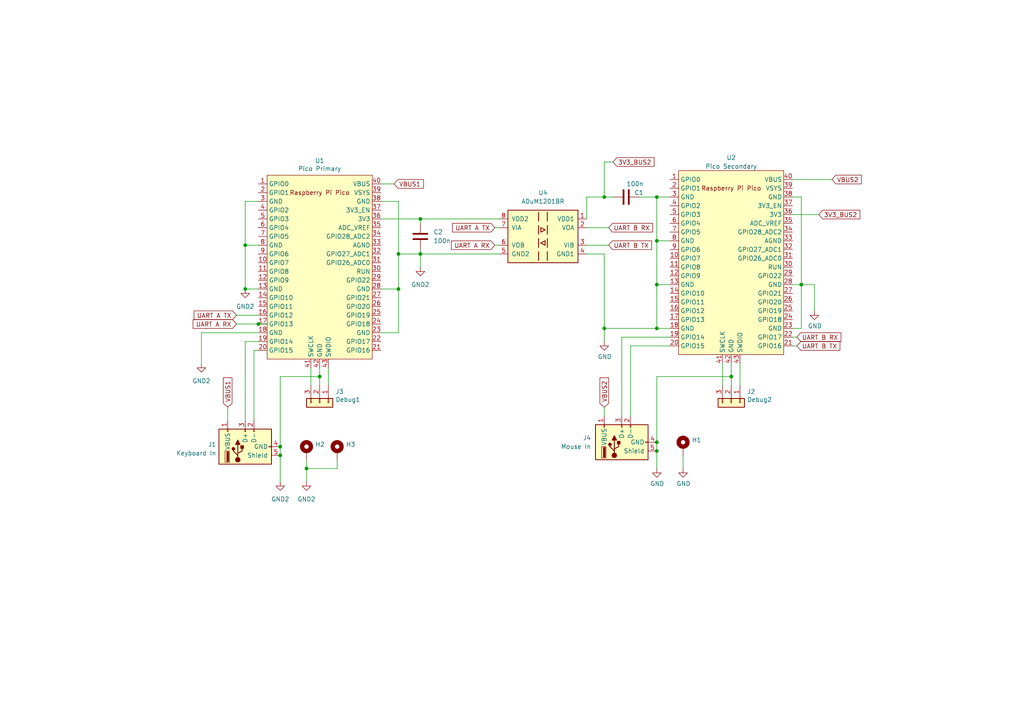
<source format=kicad_sch>
(kicad_sch (version 20230121) (generator eeschema)
  (paper "A4")
  (title_block (title "DeskHop - Fast Keyboard/Mouse Switching Device") (date "2023-12-24") (rev "v1") (company "Hrvoje Čavrak"))
  (lib_symbols
    (symbol "Connector:USB_A" (pin_names (offset 1.016))
      (property "Reference" "J" (at -5.08 11.43 0))
      (property "Value" "USB_A" (at -5.08 8.89 0))
      (symbol "USB_A_0_1"
        (rectangle (start -5.08 -7.62) (end 5.08 7.62) (stroke (width 0.254)) (fill (type background)))
        (circle (center -3.81 2.159) (radius 0.635) (stroke (width 0.254)) (fill (type outline)))
        (rectangle (start -1.524 4.826) (end -4.318 5.334) (fill (type outline)))
        (rectangle (start -1.27 4.572) (end -4.572 5.842))
        (circle (center -0.635 3.429) (radius 0.381) (stroke (width 0.254)) (fill (type outline)))
        (rectangle (start -0.127 -7.62) (end 0.127 -6.858))
        (polyline (pts (xy -3.175 2.159) (xy -2.54 2.159) (xy -1.27 3.429) (xy -0.635 3.429)) (stroke (width 0.254)))
        (polyline (pts (xy -2.54 2.159) (xy -1.905 2.159) (xy -1.27 0.889) (xy 0 0.889)) (stroke (width 0.254)))
        (polyline (pts (xy 0.635 2.794) (xy 0.635 1.524) (xy 1.905 2.159) (xy 0.635 2.794)) (stroke (width 0.254)) (fill (type outline)))
        (rectangle (start 0.254 1.27) (end -0.508 0.508) (stroke (width 0.254)) (fill (type outline)))
        (rectangle (start 5.08 -2.667) (end 4.318 -2.413))
        (rectangle (start 5.08 -0.127) (end 4.318 0.127))
        (rectangle (start 5.08 4.953) (end 4.318 5.207))
      )
      (symbol "USB_A_1_1"
        (polyline (pts (xy -1.905 2.159) (xy 0.635 2.159)) (stroke (width 0.254)))
        (pin power_in line (at 7.62 5.08 180) (length 2.54) (name "VBUS") (number "1"))
        (pin bidirectional line (at 7.62 -2.54 180) (length 2.54) (name "D-") (number "2"))
        (pin bidirectional line (at 7.62 0 180) (length 2.54) (name "D+") (number "3"))
        (pin power_in line (at 0 -10.16 90) (length 2.54) (name "GND") (number "4"))
        (pin passive line (at -2.54 -10.16 90) (length 2.54) (name "Shield") (number "5"))
      )
    )
    (symbol "Connector_Generic:Conn_01x03" (pin_names (offset 1.016) hide)
      (property "Reference" "J" (at 0 5.08 0))
      (property "Value" "Conn_01x03" (at 0 -5.08 0))
      (symbol "Conn_01x03_1_1"
        (rectangle (start -1.27 -2.413) (end 0 -2.667) (stroke (width 0.1524)))
        (rectangle (start -1.27 0.127) (end 0 -0.127) (stroke (width 0.1524)))
        (rectangle (start -1.27 2.667) (end 0 2.413) (stroke (width 0.1524)))
        (rectangle (start -1.27 3.81) (end 1.27 -3.81) (stroke (width 0.254)) (fill (type background)))
        (pin passive line (at -5.08 2.54 0) (length 3.81) (name "Pin_1") (number "1"))
        (pin passive line (at -5.08 0 0) (length 3.81) (name "Pin_2") (number "2"))
        (pin passive line (at -5.08 -2.54 0) (length 3.81) (name "Pin_3") (number "3"))
      )
    )
    (symbol "Device:C" (pin_numbers hide) (pin_names (offset 0.254))
      (property "Reference" "C" (at 0.635 2.54 0))
      (property "Value" "C" (at 0.635 -2.54 0))
      (symbol "C_0_1"
        (polyline (pts (xy -2.032 -0.762) (xy 2.032 -0.762)) (stroke (width 0.508)))
        (polyline (pts (xy -2.032 0.762) (xy 2.032 0.762)) (stroke (width 0.508)))
      )
      (symbol "C_1_1"
        (pin passive line (at 0 3.81 270) (length 2.794) (name "~") (number "1"))
        (pin passive line (at 0 -3.81 90) (length 2.794) (name "~") (number "2"))
      )
    )
    (symbol "Isolator:ADuM1201BR" (pin_names (offset 1.016))
      (property "Reference" "U" (at -10.16 8.89 0))
      (property "Value" "ADuM1201BR" (at -2.032 8.89 0))
      (symbol "ADuM1201BR_0_1"
        (rectangle (start -10.16 7.62) (end 10.16 -7.62) (stroke (width 0.254)) (fill (type background)))
        (polyline (pts (xy -1.27 -4.445) (xy -1.27 -6.985)) (stroke (width 0.254)))
        (polyline (pts (xy -1.27 -0.635) (xy -1.27 -3.175)) (stroke (width 0.254)))
        (polyline (pts (xy -1.27 3.175) (xy -1.27 0.635)) (stroke (width 0.254)))
        (polyline (pts (xy -1.27 6.985) (xy -1.27 4.445)) (stroke (width 0.254)))
        (polyline (pts (xy 1.27 -4.445) (xy 1.27 -6.985)) (stroke (width 0.254)))
        (polyline (pts (xy 1.27 -0.635) (xy 1.27 -3.175)) (stroke (width 0.254)))
        (polyline (pts (xy 1.27 3.175) (xy 1.27 0.635)) (stroke (width 0.254)))
        (polyline (pts (xy 1.27 6.985) (xy 1.27 4.445)) (stroke (width 0.254)))
        (polyline (pts (xy -0.635 -1.27) (xy -0.635 -2.54) (xy 0.635 -1.905) (xy -0.635 -1.27)) (stroke (width 0.254)))
        (polyline (pts (xy 0.635 2.54) (xy 0.635 1.27) (xy -0.635 1.905) (xy 0.635 2.54)) (stroke (width 0.254)))
      )
      (symbol "ADuM1201BR_1_1"
        (pin power_in line (at -12.7 5.08 0) (length 2.54) (name "VDD1") (number "1"))
        (pin output line (at -12.7 2.54 0) (length 2.54) (name "VOA") (number "2"))
        (pin input line (at -12.7 -2.54 0) (length 2.54) (name "VIB") (number "3"))
        (pin power_in line (at -12.7 -5.08 0) (length 2.54) (name "GND1") (number "4"))
        (pin power_in line (at 12.7 -5.08 180) (length 2.54) (name "GND2") (number "5"))
        (pin output line (at 12.7 -2.54 180) (length 2.54) (name "VOB") (number "6"))
        (pin input line (at 12.7 2.54 180) (length 2.54) (name "VIA") (number "7"))
        (pin power_in line (at 12.7 5.08 180) (length 2.54) (name "VDD2") (number "8"))
      )
    )
    (symbol "MCU_RaspberryPi_and_Boards:Pico"
      (property "Reference" "U" (at -13.97 27.94 0))
      (property "Value" "Pico" (at 0 19.05 0))
      (symbol "Pico_0_0"
        (text "Raspberry Pi Pico" (at 0 21.59 0) (effects (font (size 1.27 1.27))))
      )
      (symbol "Pico_0_1"
        (rectangle (start -15.24 26.67) (end 15.24 -26.67) (fill (type background)))
      )
      (symbol "Pico_1_1"
        (pin bidirectional line (at -17.78 24.13 0) (length 2.54) (name "GPIO0") (number "1"))
        (pin bidirectional line (at -17.78 1.27 0) (length 2.54) (name "GPIO7") (number "10"))
        (pin bidirectional line (at -17.78 -1.27 0) (length 2.54) (name "GPIO8") (number "11"))
        (pin bidirectional line (at -17.78 -3.81 0) (length 2.54) (name "GPIO9") (number "12"))
        (pin power_in line (at -17.78 -6.35 0) (length 2.54) (name "GND") (number "13"))
        (pin bidirectional line (at -17.78 -8.89 0) (length 2.54) (name "GPIO10") (number "14"))
        (pin bidirectional line (at -17.78 -11.43 0) (length 2.54) (name "GPIO11") (number "15"))
        (pin bidirectional line (at -17.78 -13.97 0) (length 2.54) (name "GPIO12") (number "16"))
        (pin bidirectional line (at -17.78 -16.51 0) (length 2.54) (name "GPIO13") (number "17"))
        (pin power_in line (at -17.78 -19.05 0) (length 2.54) (name "GND") (number "18"))
        (pin bidirectional line (at -17.78 -21.59 0) (length 2.54) (name "GPIO14") (number "19"))
        (pin bidirectional line (at -17.78 21.59 0) (length 2.54) (name "GPIO1") (number "2"))
        (pin bidirectional line (at -17.78 -24.13 0) (length 2.54) (name "GPIO15") (number "20"))
        (pin bidirectional line (at 17.78 -24.13 180) (length 2.54) (name "GPIO16") (number "21"))
        (pin bidirectional line (at 17.78 -21.59 180) (length 2.54) (name "GPIO17") (number "22"))
        (pin power_in line (at 17.78 -19.05 180) (length 2.54) (name "GND") (number "23"))
        (pin bidirectional line (at 17.78 -16.51 180) (length 2.54) (name "GPIO18") (number "24"))
        (pin bidirectional line (at 17.78 -13.97 180) (length 2.54) (name "GPIO19") (number "25"))
        (pin bidirectional line (at 17.78 -11.43 180) (length 2.54) (name "GPIO20") (number "26"))
        (pin bidirectional line (at 17.78 -8.89 180) (length 2.54) (name "GPIO21") (number "27"))
        (pin power_in line (at 17.78 -6.35 180) (length 2.54) (name "GND") (number "28"))
        (pin bidirectional line (at 17.78 -3.81 180) (length 2.54) (name "GPIO22") (number "29"))
        (pin power_in line (at -17.78 19.05 0) (length 2.54) (name "GND") (number "3"))
        (pin input line (at 17.78 -1.27 180) (length 2.54) (name "RUN") (number "30"))
        (pin bidirectional line (at 17.78 1.27 180) (length 2.54) (name "GPIO26_ADC0") (number "31"))
        (pin bidirectional line (at 17.78 3.81 180) (length 2.54) (name "GPIO27_ADC1") (number "32"))
        (pin power_in line (at 17.78 6.35 180) (length 2.54) (name "AGND") (number "33"))
        (pin bidirectional line (at 17.78 8.89 180) (length 2.54) (name "GPIO28_ADC2") (number "34"))
        (pin power_in line (at 17.78 11.43 180) (length 2.54) (name "ADC_VREF") (number "35"))
        (pin power_in line (at 17.78 13.97 180) (length 2.54) (name "3V3") (number "36"))
        (pin input line (at 17.78 16.51 180) (length 2.54) (name "3V3_EN") (number "37"))
        (pin bidirectional line (at 17.78 19.05 180) (length 2.54) (name "GND") (number "38"))
        (pin power_in line (at 17.78 21.59 180) (length 2.54) (name "VSYS") (number "39"))
        (pin bidirectional line (at -17.78 16.51 0) (length 2.54) (name "GPIO2") (number "4"))
        (pin power_in line (at 17.78 24.13 180) (length 2.54) (name "VBUS") (number "40"))
        (pin input line (at -2.54 -29.21 90) (length 2.54) (name "SWCLK") (number "41"))
        (pin power_in line (at 0 -29.21 90) (length 2.54) (name "GND") (number "42"))
        (pin bidirectional line (at 2.54 -29.21 90) (length 2.54) (name "SWDIO") (number "43"))
        (pin bidirectional line (at -17.78 13.97 0) (length 2.54) (name "GPIO3") (number "5"))
        (pin bidirectional line (at -17.78 11.43 0) (length 2.54) (name "GPIO4") (number "6"))
        (pin bidirectional line (at -17.78 8.89 0) (length 2.54) (name "GPIO5") (number "7"))
        (pin power_in line (at -17.78 6.35 0) (length 2.54) (name "GND") (number "8"))
        (pin bidirectional line (at -17.78 3.81 0) (length 2.54) (name "GPIO6") (number "9"))
      )
    )
    (symbol "Mechanical:MountingHole_Pad" (pin_numbers hide) (pin_names (offset 1.016) hide)
      (property "Reference" "H" (at 0 6.35 0))
      (property "Value" "MountingHole_Pad" (at 0 4.445 0))
      (symbol "MountingHole_Pad_0_1"
        (circle (center 0 1.27) (radius 1.27) (stroke (width 1.27)))
      )
      (symbol "MountingHole_Pad_1_1"
        (pin input line (at 0 -2.54 90) (length 2.54) (name "1") (number "1"))
      )
    )
    (symbol "power:GND" (power) (pin_names (offset 0))
      (property "Value" "GND" (at 0 -3.81 0))
      (symbol "GND_0_1"
        (polyline (pts (xy 0 0) (xy 0 -1.27) (xy 1.27 -1.27) (xy 0 -2.54) (xy -1.27 -1.27) (xy 0 -1.27)))
      )
      (symbol "GND_1_1"
        (pin power_in line (at 0 0 270) (length 0) hide (name "GND") (number "1"))
      )
    )
    (symbol "power:GND2" (power) (pin_names (offset 0))
      (property "Value" "GND2" (at 0 -3.81 0))
      (symbol "GND2_0_1"
        (polyline (pts (xy 0 0) (xy 0 -1.27) (xy 1.27 -1.27) (xy 0 -2.54) (xy -1.27 -1.27) (xy 0 -1.27)))
      )
      (symbol "GND2_1_1"
        (pin power_in line (at 0 0 270) (length 0) hide (name "GND2") (number "1"))
      )
    )
  )
  (junction (at 121.92 73.66))
  (junction (at 81.28 132.08))
  (junction (at 81.28 129.54))
  (junction (at 190.5 95.25))
  (junction (at 92.71 109.22))
  (junction (at 190.5 82.55))
  (junction (at 121.92 63.5))
  (junction (at 115.57 83.82))
  (junction (at 232.41 82.55))
  (junction (at 88.9 135.89))
  (junction (at 74.93 93.98))
  (junction (at 190.5 128.27))
  (junction (at 175.26 95.25))
  (junction (at 115.57 73.66))
  (junction (at 190.5 57.15))
  (junction (at 175.26 57.15))
  (junction (at 190.5 69.85))
  (junction (at 71.12 71.12))
  (junction (at 190.5 130.81))
  (junction (at 71.12 83.82))
  (junction (at 212.09 109.22))
  (wire (pts (xy 92.71 109.22) (xy 92.71 111.76)))
  (wire (pts (xy 190.5 109.22) (xy 212.09 109.22)))
  (wire (pts (xy 175.26 95.25) (xy 175.26 99.06)))
  (wire (pts (xy 190.5 82.55) (xy 190.5 95.25)))
  (wire (pts (xy 71.12 83.82) (xy 71.12 71.12)))
  (wire (pts (xy 194.31 100.33) (xy 182.88 100.33)))
  (wire (pts (xy 190.5 109.22) (xy 190.5 128.27)))
  (wire (pts (xy 68.58 93.98) (xy 74.93 93.98)))
  (wire (pts (xy 177.8 46.99) (xy 175.26 46.99)))
  (wire (pts (xy 190.5 95.25) (xy 194.31 95.25)))
  (wire (pts (xy 121.92 73.66) (xy 144.78 73.66)))
  (wire (pts (xy 170.18 73.66) (xy 175.26 73.66)))
  (wire (pts (xy 115.57 73.66) (xy 115.57 58.42)))
  (wire (pts (xy 194.31 97.79) (xy 180.34 97.79)))
  (wire (pts (xy 81.28 129.54) (xy 81.28 132.08)))
  (wire (pts (xy 232.41 57.15) (xy 232.41 82.55)))
  (wire (pts (xy 71.12 99.06) (xy 71.12 121.92)))
  (wire (pts (xy 214.63 105.41) (xy 214.63 111.76)))
  (wire (pts (xy 209.55 105.41) (xy 209.55 111.76)))
  (wire (pts (xy 198.12 132.08) (xy 198.12 135.89)))
  (wire (pts (xy 81.28 129.54) (xy 81.28 109.22)))
  (wire (pts (xy 71.12 71.12) (xy 74.93 71.12)))
  (wire (pts (xy 229.87 62.23) (xy 237.49 62.23)))
  (wire (pts (xy 190.5 128.27) (xy 190.5 130.81)))
  (wire (pts (xy 71.12 71.12) (xy 71.12 58.42)))
  (wire (pts (xy 190.5 69.85) (xy 190.5 82.55)))
  (wire (pts (xy 212.09 105.41) (xy 212.09 109.22)))
  (wire (pts (xy 88.9 135.89) (xy 88.9 139.7)))
  (wire (pts (xy 194.31 82.55) (xy 190.5 82.55)))
  (wire (pts (xy 115.57 73.66) (xy 121.92 73.66)))
  (wire (pts (xy 176.53 71.12) (xy 170.18 71.12)))
  (wire (pts (xy 121.92 63.5) (xy 144.78 63.5)))
  (wire (pts (xy 74.93 83.82) (xy 71.12 83.82)))
  (wire (pts (xy 185.42 57.15) (xy 190.5 57.15)))
  (wire (pts (xy 190.5 57.15) (xy 194.31 57.15)))
  (wire (pts (xy 58.42 96.52) (xy 74.93 96.52)))
  (wire (pts (xy 121.92 64.77) (xy 121.92 63.5)))
  (wire (pts (xy 81.28 132.08) (xy 81.28 139.7)))
  (wire (pts (xy 115.57 96.52) (xy 115.57 83.82)))
  (wire (pts (xy 73.66 101.6) (xy 73.66 121.92)))
  (wire (pts (xy 115.57 96.52) (xy 110.49 96.52)))
  (wire (pts (xy 170.18 66.04) (xy 176.53 66.04)))
  (wire (pts (xy 110.49 58.42) (xy 115.57 58.42)))
  (wire (pts (xy 182.88 100.33) (xy 182.88 120.65)))
  (wire (pts (xy 175.26 95.25) (xy 190.5 95.25)))
  (wire (pts (xy 88.9 133.35) (xy 88.9 135.89)))
  (wire (pts (xy 175.26 46.99) (xy 175.26 57.15)))
  (wire (pts (xy 81.28 109.22) (xy 92.71 109.22)))
  (wire (pts (xy 68.58 91.44) (xy 74.93 91.44)))
  (wire (pts (xy 95.25 111.76) (xy 95.25 106.68)))
  (wire (pts (xy 229.87 100.33) (xy 231.14 100.33)))
  (wire (pts (xy 74.93 99.06) (xy 71.12 99.06)))
  (wire (pts (xy 73.66 101.6) (xy 74.93 101.6)))
  (wire (pts (xy 175.26 73.66) (xy 175.26 95.25)))
  (wire (pts (xy 190.5 130.81) (xy 190.5 135.89)))
  (wire (pts (xy 110.49 63.5) (xy 121.92 63.5)))
  (wire (pts (xy 143.51 66.04) (xy 144.78 66.04)))
  (wire (pts (xy 232.41 95.25) (xy 229.87 95.25)))
  (wire (pts (xy 66.04 118.11) (xy 66.04 121.92)))
  (wire (pts (xy 229.87 57.15) (xy 232.41 57.15)))
  (wire (pts (xy 175.26 118.11) (xy 175.26 120.65)))
  (wire (pts (xy 88.9 135.89) (xy 97.79 135.89)))
  (wire (pts (xy 194.31 69.85) (xy 190.5 69.85)))
  (wire (pts (xy 212.09 109.22) (xy 212.09 111.76)))
  (wire (pts (xy 175.26 57.15) (xy 177.8 57.15)))
  (wire (pts (xy 110.49 83.82) (xy 115.57 83.82)))
  (wire (pts (xy 170.18 57.15) (xy 175.26 57.15)))
  (wire (pts (xy 110.49 53.34) (xy 114.3 53.34)))
  (wire (pts (xy 236.22 82.55) (xy 232.41 82.55)))
  (wire (pts (xy 229.87 52.07) (xy 241.3 52.07)))
  (wire (pts (xy 121.92 72.39) (xy 121.92 73.66)))
  (wire (pts (xy 71.12 58.42) (xy 74.93 58.42)))
  (wire (pts (xy 190.5 57.15) (xy 190.5 69.85)))
  (wire (pts (xy 170.18 57.15) (xy 170.18 63.5)))
  (wire (pts (xy 236.22 90.17) (xy 236.22 82.55)))
  (wire (pts (xy 229.87 97.79) (xy 231.14 97.79)))
  (wire (pts (xy 90.17 111.76) (xy 90.17 106.68)))
  (wire (pts (xy 74.93 93.98) (xy 77.47 93.98)))
  (wire (pts (xy 232.41 82.55) (xy 232.41 95.25)))
  (wire (pts (xy 121.92 73.66) (xy 121.92 77.47)))
  (wire (pts (xy 92.71 106.68) (xy 92.71 109.22)))
  (wire (pts (xy 97.79 133.35) (xy 97.79 135.89)))
  (wire (pts (xy 229.87 82.55) (xy 232.41 82.55)))
  (wire (pts (xy 115.57 83.82) (xy 115.57 73.66)))
  (wire (pts (xy 143.51 71.12) (xy 144.78 71.12)))
  (wire (pts (xy 58.42 96.52) (xy 58.42 105.41)))
  (wire (pts (xy 180.34 97.79) (xy 180.34 120.65)))
  (global_label "3V3_BUS2" (shape input) (at 177.8 46.99 0) (property "Intersheetrefs" "${INTERSHEET_REFS}" (effects hide)))
  (global_label "UART B RX" (shape input) (at 231.14 97.79 0) (property "Intersheetrefs" "${INTERSHEET_REFS}" (effects hide)))
  (global_label "VBUS2" (shape input) (at 241.3 52.07 0) (property "Intersheetrefs" "${INTERSHEET_REFS}" (effects hide)))
  (global_label "UART B RX" (shape input) (at 176.53 66.04 0) (property "Intersheetrefs" "${INTERSHEET_REFS}" (effects hide)))
  (global_label "UART A RX" (shape input) (at 68.58 93.98 180) (property "Intersheetrefs" "${INTERSHEET_REFS}" (effects hide)))
  (global_label "UART A TX" (shape input) (at 143.51 66.04 180) (property "Intersheetrefs" "${INTERSHEET_REFS}" (effects hide)))
  (global_label "UART B TX" (shape input) (at 176.53 71.12 0) (property "Intersheetrefs" "${INTERSHEET_REFS}" (effects hide)))
  (global_label "UART A RX" (shape input) (at 143.51 71.12 180) (property "Intersheetrefs" "${INTERSHEET_REFS}" (effects hide)))
  (global_label "3V3_BUS2" (shape input) (at 237.49 62.23 0) (property "Intersheetrefs" "${INTERSHEET_REFS}" (effects hide)))
  (global_label "VBUS2" (shape input) (at 175.26 118.11 90) (property "Intersheetrefs" "${INTERSHEET_REFS}" (effects hide)))
  (global_label "VBUS1" (shape input) (at 114.3 53.34 0) (property "Intersheetrefs" "${INTERSHEET_REFS}" (effects hide)))
  (global_label "UART B TX" (shape input) (at 231.14 100.33 0) (property "Intersheetrefs" "${INTERSHEET_REFS}" (effects hide)))
  (global_label "VBUS1" (shape input) (at 66.04 118.11 90) (property "Intersheetrefs" "${INTERSHEET_REFS}" (effects hide)))
  (global_label "UART A TX" (shape input) (at 68.58 91.44 180) (property "Intersheetrefs" "${INTERSHEET_REFS}" (effects hide)))
  (symbol (lib_id "MCU_RaspberryPi_and_Boards:Pico") (at 92.71 77.47 0) (unit 1)
    (property "Reference" "U1" (at 92.71 46.609 0))
    (property "Value" "Pico Primary" (at 92.71 48.9204 0))
    (property "Footprint" "MCU_RaspberryPi_and_Boards:RPi_Pico_SMD_Nohole" (effects hide))
  )
  (symbol (lib_id "Connector_Generic:Conn_01x03") (at 92.71 116.84 270) (unit 1)
    (property "Reference" "J3" (at 97.282 113.5888 90) (effects (justify left)))
    (property "Value" "Debug1" (at 97.282 115.9002 90) (effects (justify left)))
    (property "Footprint" "Connector_PinHeader_2.54mm:PinHeader_1x03_P2.54mm_Vertical" (effects hide))
  )
  (symbol (lib_id "Mechanical:MountingHole_Pad") (at 198.12 129.54 0) (unit 1)
    (property "Reference" "H1" (at 200.66 127.635 0) (effects (justify left)))
    (property "Value" "MountingHole_Pad" (effects hide))
    (property "Footprint" "MountingHole:MountingHole_2.7mm_M2.5_Pad_TopBottom" (effects hide))
  )
  (symbol (lib_id "Connector:USB_A") (at 71.12 129.54 90) (unit 1)
    (property "Reference" "J1" (at 62.738 128.905 90) (effects (justify left)))
    (property "Value" "Keyboard In" (at 62.738 131.445 90) (effects (justify left)))
    (property "Footprint" "Connector_USB:USB_A_Molex_67643_Horizontal" (effects hide))
    (property "Datasheet" " ~" (effects hide))
  )
  (symbol (lib_id "power:GND2") (at 71.12 83.82 0) (mirror y) (unit 1)
    (property "Reference" "#PWR07" (effects hide))
    (property "Value" "GND2" (at 71.12 88.9 0))
  )
  (symbol (lib_id "Mechanical:MountingHole_Pad") (at 88.9 130.81 0) (unit 1)
    (property "Reference" "H2" (at 91.44 128.905 0) (effects (justify left)))
    (property "Value" "MountingHole_Pad" (effects hide))
    (property "Footprint" "MountingHole:MountingHole_2.7mm_M2.5_Pad_TopBottom" (effects hide))
  )
  (symbol (lib_id "Isolator:ADuM1201BR") (at 157.48 68.58 0) (mirror y) (unit 1)
    (property "Reference" "U4" (at 157.48 55.88 0))
    (property "Value" "ADuM1201BR" (at 157.48 58.42 0))
    (property "Footprint" "Package_SO:SOIC-8_3.9x4.9mm_P1.27mm" (effects hide))
    (property "Datasheet" "https://www.analog.com/static/imported-files/data_sheets/ADuM1200_1201.pdf" (effects hide))
  )
  (symbol (lib_id "Device:C") (at 121.92 68.58 0) (unit 1)
    (property "Reference" "C2" (at 125.73 67.31 0) (effects (justify left)))
    (property "Value" "100n" (at 125.73 69.85 0) (effects (justify left)))
    (property "Footprint" "Capacitor_SMD:C_1206_3216Metric_Pad1.33x1.80mm_HandSolder" (effects hide))
  )
  (symbol (lib_id "Mechanical:MountingHole_Pad") (at 97.79 130.81 0) (unit 1)
    (property "Reference" "H3" (at 100.33 128.905 0) (effects (justify left)))
    (property "Value" "MountingHole_Pad" (effects hide))
    (property "Footprint" "MountingHole:MountingHole_2.7mm_M2.5_Pad_TopOnly" (effects hide))
  )
  (symbol (lib_id "power:GND2") (at 58.42 105.41 0) (mirror y) (unit 1)
    (property "Reference" "#PWR01" (effects hide))
    (property "Value" "GND2" (at 58.42 110.49 0))
  )
  (symbol (lib_id "power:GND") (at 175.26 99.06 0) (unit 1)
    (property "Reference" "#PWR010" (effects hide))
    (property "Value" "GND" (at 175.387 103.4542 0))
  )
  (symbol (lib_id "Connector_Generic:Conn_01x03") (at 212.09 116.84 270) (unit 1)
    (property "Reference" "J2" (at 216.662 113.5888 90) (effects (justify left)))
    (property "Value" "Debug2" (at 216.662 115.9002 90) (effects (justify left)))
    (property "Footprint" "Connector_PinHeader_2.54mm:PinHeader_1x03_P2.54mm_Vertical" (effects hide))
  )
  (symbol (lib_id "power:GND2") (at 81.28 139.7 0) (mirror y) (unit 1)
    (property "Reference" "#PWR08" (effects hide))
    (property "Value" "GND2" (at 81.28 144.78 0))
  )
  (symbol (lib_id "power:GND") (at 198.12 135.89 0) (unit 1)
    (property "Reference" "#PWR02" (effects hide))
    (property "Value" "GND" (at 198.247 140.2842 0))
  )
  (symbol (lib_id "power:GND2") (at 121.92 77.47 0) (unit 1)
    (property "Reference" "#PWR05" (effects hide))
    (property "Value" "GND2" (at 121.92 82.55 0))
  )
  (symbol (lib_id "MCU_RaspberryPi_and_Boards:Pico") (at 212.09 76.2 0) (unit 1)
    (property "Reference" "U2" (at 212.09 45.72 0))
    (property "Value" "Pico Secondary" (at 212.09 48.26 0))
    (property "Footprint" "MCU_RaspberryPi_and_Boards:RPi_Pico_SMD_Nohole" (effects hide))
  )
  (symbol (lib_id "power:GND") (at 236.22 90.17 0) (unit 1)
    (property "Reference" "#PWR09" (effects hide))
    (property "Value" "GND" (at 236.347 94.5642 0))
  )
  (symbol (lib_id "power:GND2") (at 88.9 139.7 0) (mirror y) (unit 1)
    (property "Reference" "#PWR03" (effects hide))
    (property "Value" "GND2" (at 88.9 144.78 0))
  )
  (symbol (lib_id "power:GND") (at 190.5 135.89 0) (unit 1)
    (property "Reference" "#PWR04" (effects hide))
    (property "Value" "GND" (at 190.627 140.2842 0))
  )
  (symbol (lib_id "Connector:USB_A") (at 180.34 128.27 90) (unit 1)
    (property "Reference" "J4" (at 171.45 127 90) (effects (justify left)))
    (property "Value" "Mouse In" (at 171.45 129.54 90) (effects (justify left)))
    (property "Footprint" "Connector_USB:USB_A_Molex_67643_Horizontal" (effects hide))
    (property "Datasheet" " ~" (effects hide))
  )
  (symbol (lib_id "Device:C") (at 181.61 57.15 90) (unit 1)
    (property "Reference" "C1" (at 186.69 55.88 90) (effects (justify left)))
    (property "Value" "100n" (at 186.69 53.34 90) (effects (justify left)))
    (property "Footprint" "Capacitor_SMD:C_1206_3216Metric_Pad1.33x1.80mm_HandSolder" (effects hide))
  )
)
</source>
